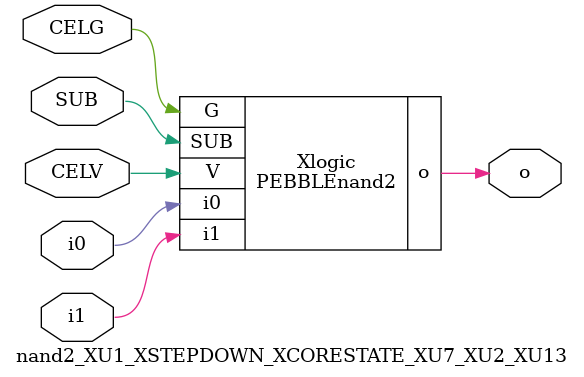
<source format=v>



module PEBBLEnand2 ( o, G, SUB, V, i0, i1 );

  input i0;
  input V;
  input i1;
  input G;
  output o;
  input SUB;
endmodule

//Celera Confidential Do Not Copy nand2_XU1_XSTEPDOWN_XCORESTATE_XU7_XU2_XU13
//Celera Confidential Symbol Generator
//5V NAND2
module nand2_XU1_XSTEPDOWN_XCORESTATE_XU7_XU2_XU13 (CELV,CELG,i0,i1,o,SUB);
input CELV;
input CELG;
input i0;
input i1;
input SUB;
output o;

//Celera Confidential Do Not Copy nand2
PEBBLEnand2 Xlogic(
.V (CELV),
.i0 (i0),
.i1 (i1),
.o (o),
.SUB (SUB),
.G (CELG)
);
//,diesize,PEBBLEnand2

//Celera Confidential Do Not Copy Module End
//Celera Schematic Generator
endmodule

</source>
